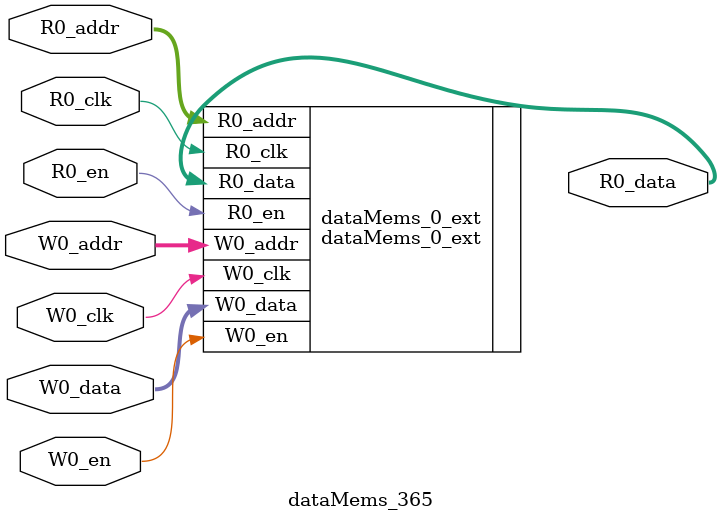
<source format=sv>
`ifndef RANDOMIZE
  `ifdef RANDOMIZE_REG_INIT
    `define RANDOMIZE
  `endif // RANDOMIZE_REG_INIT
`endif // not def RANDOMIZE
`ifndef RANDOMIZE
  `ifdef RANDOMIZE_MEM_INIT
    `define RANDOMIZE
  `endif // RANDOMIZE_MEM_INIT
`endif // not def RANDOMIZE

`ifndef RANDOM
  `define RANDOM $random
`endif // not def RANDOM

// Users can define 'PRINTF_COND' to add an extra gate to prints.
`ifndef PRINTF_COND_
  `ifdef PRINTF_COND
    `define PRINTF_COND_ (`PRINTF_COND)
  `else  // PRINTF_COND
    `define PRINTF_COND_ 1
  `endif // PRINTF_COND
`endif // not def PRINTF_COND_

// Users can define 'ASSERT_VERBOSE_COND' to add an extra gate to assert error printing.
`ifndef ASSERT_VERBOSE_COND_
  `ifdef ASSERT_VERBOSE_COND
    `define ASSERT_VERBOSE_COND_ (`ASSERT_VERBOSE_COND)
  `else  // ASSERT_VERBOSE_COND
    `define ASSERT_VERBOSE_COND_ 1
  `endif // ASSERT_VERBOSE_COND
`endif // not def ASSERT_VERBOSE_COND_

// Users can define 'STOP_COND' to add an extra gate to stop conditions.
`ifndef STOP_COND_
  `ifdef STOP_COND
    `define STOP_COND_ (`STOP_COND)
  `else  // STOP_COND
    `define STOP_COND_ 1
  `endif // STOP_COND
`endif // not def STOP_COND_

// Users can define INIT_RANDOM as general code that gets injected into the
// initializer block for modules with registers.
`ifndef INIT_RANDOM
  `define INIT_RANDOM
`endif // not def INIT_RANDOM

// If using random initialization, you can also define RANDOMIZE_DELAY to
// customize the delay used, otherwise 0.002 is used.
`ifndef RANDOMIZE_DELAY
  `define RANDOMIZE_DELAY 0.002
`endif // not def RANDOMIZE_DELAY

// Define INIT_RANDOM_PROLOG_ for use in our modules below.
`ifndef INIT_RANDOM_PROLOG_
  `ifdef RANDOMIZE
    `ifdef VERILATOR
      `define INIT_RANDOM_PROLOG_ `INIT_RANDOM
    `else  // VERILATOR
      `define INIT_RANDOM_PROLOG_ `INIT_RANDOM #`RANDOMIZE_DELAY begin end
    `endif // VERILATOR
  `else  // RANDOMIZE
    `define INIT_RANDOM_PROLOG_
  `endif // RANDOMIZE
`endif // not def INIT_RANDOM_PROLOG_

// Include register initializers in init blocks unless synthesis is set
`ifndef SYNTHESIS
  `ifndef ENABLE_INITIAL_REG_
    `define ENABLE_INITIAL_REG_
  `endif // not def ENABLE_INITIAL_REG_
`endif // not def SYNTHESIS

// Include rmemory initializers in init blocks unless synthesis is set
`ifndef SYNTHESIS
  `ifndef ENABLE_INITIAL_MEM_
    `define ENABLE_INITIAL_MEM_
  `endif // not def ENABLE_INITIAL_MEM_
`endif // not def SYNTHESIS

module dataMems_365(	// @[generators/ara/src/main/scala/UnsafeAXI4ToTL.scala:365:62]
  input  [4:0]  R0_addr,
  input         R0_en,
  input         R0_clk,
  output [66:0] R0_data,
  input  [4:0]  W0_addr,
  input         W0_en,
  input         W0_clk,
  input  [66:0] W0_data
);

  dataMems_0_ext dataMems_0_ext (	// @[generators/ara/src/main/scala/UnsafeAXI4ToTL.scala:365:62]
    .R0_addr (R0_addr),
    .R0_en   (R0_en),
    .R0_clk  (R0_clk),
    .R0_data (R0_data),
    .W0_addr (W0_addr),
    .W0_en   (W0_en),
    .W0_clk  (W0_clk),
    .W0_data (W0_data)
  );
endmodule


</source>
